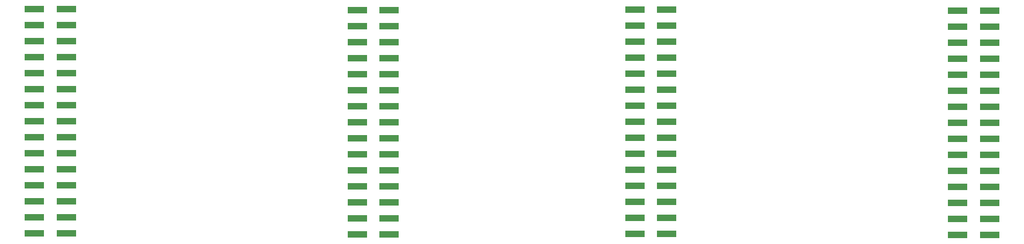
<source format=gbr>
%TF.GenerationSoftware,KiCad,Pcbnew,8.0.4*%
%TF.CreationDate,2025-01-14T19:01:53-06:00*%
%TF.ProjectId,DynaControllersquare,44796e61-436f-46e7-9472-6f6c6c657273,rev?*%
%TF.SameCoordinates,Original*%
%TF.FileFunction,Paste,Bot*%
%TF.FilePolarity,Positive*%
%FSLAX46Y46*%
G04 Gerber Fmt 4.6, Leading zero omitted, Abs format (unit mm)*
G04 Created by KiCad (PCBNEW 8.0.4) date 2025-01-14 19:01:53*
%MOMM*%
%LPD*%
G01*
G04 APERTURE LIST*
%ADD10R,3.150000X1.000000*%
G04 APERTURE END LIST*
D10*
%TO.C,J19*%
X317734412Y-78865780D03*
X312684412Y-78865780D03*
X317734412Y-81405780D03*
X312684412Y-81405780D03*
X317734412Y-83945780D03*
X312684412Y-83945780D03*
X317734412Y-86485780D03*
X312684412Y-86485780D03*
X317734412Y-89025780D03*
X312684412Y-89025780D03*
X317734412Y-91565780D03*
X312684412Y-91565780D03*
X317734412Y-94105780D03*
X312684412Y-94105780D03*
X317734412Y-96645780D03*
X312684412Y-96645780D03*
X317734412Y-99185780D03*
X312684412Y-99185780D03*
X317734412Y-101725780D03*
X312684412Y-101725780D03*
X317734412Y-104265780D03*
X312684412Y-104265780D03*
X317734412Y-106805780D03*
X312684412Y-106805780D03*
X317734412Y-109345780D03*
X312684412Y-109345780D03*
X317734412Y-111885780D03*
X312684412Y-111885780D03*
X317734412Y-114425780D03*
X312684412Y-114425780D03*
%TD*%
%TO.C,J18*%
X266709414Y-78705776D03*
X261659410Y-78705779D03*
X266709415Y-81245772D03*
X261659424Y-81245780D03*
X266709419Y-83785777D03*
X261659412Y-83785778D03*
X266709416Y-86325778D03*
X261659417Y-86325778D03*
X266709418Y-88865784D03*
X261659416Y-88865771D03*
X266709417Y-91405774D03*
X261659410Y-91405782D03*
X266709421Y-93945777D03*
X261659420Y-93945780D03*
X266709414Y-96485771D03*
X261659418Y-96485785D03*
X266709412Y-99025776D03*
X261659411Y-99025779D03*
X266709422Y-101565774D03*
X261659415Y-101565782D03*
X266709416Y-104105785D03*
X261659414Y-104105772D03*
X266709415Y-106645778D03*
X261659416Y-106645778D03*
X266709420Y-109185778D03*
X261659413Y-109185779D03*
X266709408Y-111725776D03*
X261659417Y-111725784D03*
X266709422Y-114265777D03*
X261659418Y-114265780D03*
%TD*%
%TO.C,J18*%
X166792582Y-114134588D03*
X171842586Y-114134585D03*
X166792581Y-111594592D03*
X171842572Y-111594584D03*
X166792577Y-109054587D03*
X171842584Y-109054586D03*
X166792580Y-106514586D03*
X171842579Y-106514586D03*
X166792578Y-103974580D03*
X171842580Y-103974593D03*
X166792579Y-101434590D03*
X171842586Y-101434582D03*
X166792575Y-98894587D03*
X171842576Y-98894584D03*
X166792582Y-96354593D03*
X171842578Y-96354579D03*
X166792584Y-93814588D03*
X171842585Y-93814585D03*
X166792574Y-91274590D03*
X171842581Y-91274582D03*
X166792580Y-88734579D03*
X171842582Y-88734592D03*
X166792581Y-86194586D03*
X171842580Y-86194586D03*
X166792576Y-83654586D03*
X171842583Y-83654585D03*
X166792588Y-81114588D03*
X171842579Y-81114580D03*
X166792574Y-78574587D03*
X171842578Y-78574584D03*
%TD*%
%TO.C,J19*%
X217817576Y-114294588D03*
X222867576Y-114294588D03*
X217817576Y-111754588D03*
X222867576Y-111754588D03*
X217817576Y-109214588D03*
X222867576Y-109214588D03*
X217817576Y-106674588D03*
X222867576Y-106674588D03*
X217817576Y-104134588D03*
X222867576Y-104134588D03*
X217817576Y-101594588D03*
X222867576Y-101594588D03*
X217817576Y-99054588D03*
X222867576Y-99054588D03*
X217817576Y-96514588D03*
X222867576Y-96514588D03*
X217817576Y-93974588D03*
X222867576Y-93974588D03*
X217817576Y-91434588D03*
X222867576Y-91434588D03*
X217817576Y-88894588D03*
X222867576Y-88894588D03*
X217817576Y-86354588D03*
X222867576Y-86354588D03*
X217817576Y-83814588D03*
X222867576Y-83814588D03*
X217817576Y-81274588D03*
X222867576Y-81274588D03*
X217817576Y-78734588D03*
X222867576Y-78734588D03*
%TD*%
M02*

</source>
